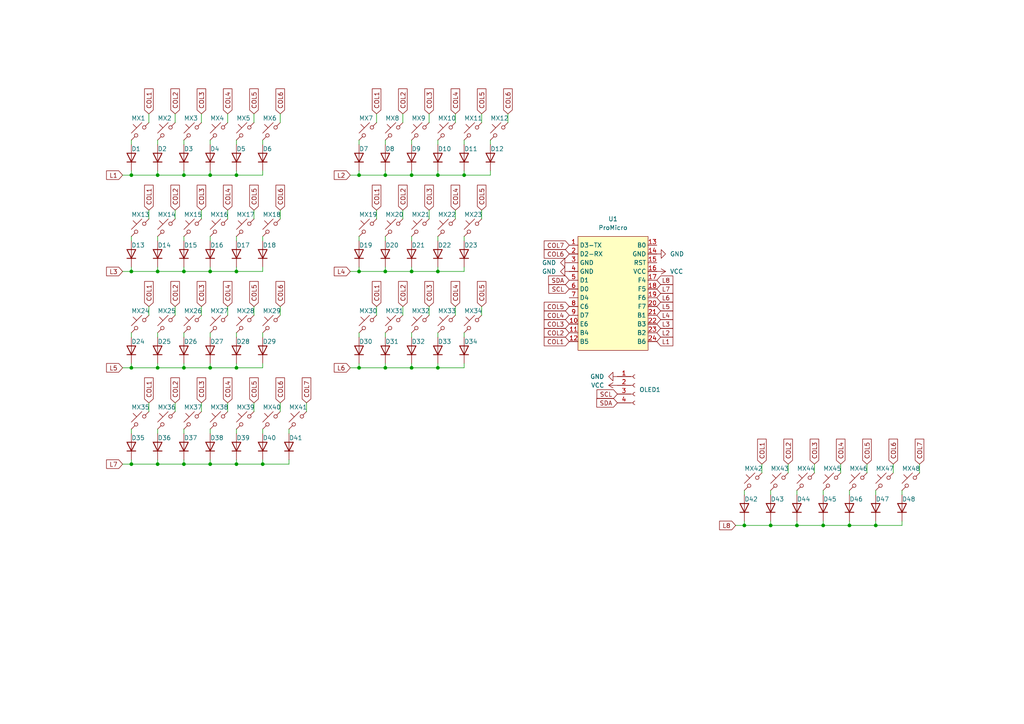
<source format=kicad_sch>
(kicad_sch (version 20230121) (generator eeschema)
  (paper "A4")
  (junction (at 60.96 106.68))
  (junction (at 60.96 50.8))
  (junction (at 53.34 78.74))
  (junction (at 238.76 152.4))
  (junction (at 76.2 134.62))
  (junction (at 119.38 106.68))
  (junction (at 45.72 78.74))
  (junction (at 45.72 106.68))
  (junction (at 68.58 50.8))
  (junction (at 127 50.8))
  (junction (at 45.72 134.62))
  (junction (at 60.96 78.74))
  (junction (at 223.52 152.4))
  (junction (at 38.1 106.68))
  (junction (at 111.76 78.74))
  (junction (at 60.96 134.62))
  (junction (at 134.62 50.8))
  (junction (at 127 106.68))
  (junction (at 111.76 106.68))
  (junction (at 119.38 78.74))
  (junction (at 254 152.4))
  (junction (at 53.34 50.8))
  (junction (at 45.72 50.8))
  (junction (at 38.1 78.74))
  (junction (at 246.38 152.4))
  (junction (at 53.34 134.62))
  (junction (at 231.14 152.4))
  (junction (at 215.9 152.4))
  (junction (at 104.14 106.68))
  (junction (at 104.14 78.74))
  (junction (at 127 78.74))
  (junction (at 68.58 134.62))
  (junction (at 53.34 106.68))
  (junction (at 119.38 50.8))
  (junction (at 38.1 134.62))
  (junction (at 111.76 50.8))
  (junction (at 68.58 78.74))
  (junction (at 104.14 50.8))
  (junction (at 68.58 106.68))
  (junction (at 38.1 50.8))
  (wire (pts (xy 58.42 116.84) (xy 58.42 119.38)))
  (wire (pts (xy 88.9 116.84) (xy 88.9 119.38)))
  (wire (pts (xy 251.46 134.62) (xy 251.46 137.16)))
  (wire (pts (xy 68.58 50.8) (xy 76.2 50.8)))
  (wire (pts (xy 81.28 116.84) (xy 81.28 119.38)))
  (wire (pts (xy 109.22 60.96) (xy 109.22 63.5)))
  (wire (pts (xy 215.9 142.24) (xy 215.9 143.51)))
  (wire (pts (xy 119.38 96.52) (xy 119.38 97.79)))
  (wire (pts (xy 259.08 134.62) (xy 259.08 137.16)))
  (wire (pts (xy 38.1 106.68) (xy 45.72 106.68)))
  (wire (pts (xy 238.76 142.24) (xy 238.76 143.51)))
  (wire (pts (xy 223.52 142.24) (xy 223.52 143.51)))
  (wire (pts (xy 104.14 96.52) (xy 104.14 97.79)))
  (wire (pts (xy 238.76 151.13) (xy 238.76 152.4)))
  (wire (pts (xy 53.34 133.35) (xy 53.34 134.62)))
  (wire (pts (xy 134.62 50.8) (xy 142.24 50.8)))
  (wire (pts (xy 76.2 77.47) (xy 76.2 78.74)))
  (wire (pts (xy 53.34 105.41) (xy 53.34 106.68)))
  (wire (pts (xy 111.76 50.8) (xy 119.38 50.8)))
  (wire (pts (xy 223.52 151.13) (xy 223.52 152.4)))
  (wire (pts (xy 68.58 106.68) (xy 76.2 106.68)))
  (wire (pts (xy 111.76 96.52) (xy 111.76 97.79)))
  (wire (pts (xy 119.38 106.68) (xy 127 106.68)))
  (wire (pts (xy 127 96.52) (xy 127 97.79)))
  (wire (pts (xy 127 106.68) (xy 134.62 106.68)))
  (wire (pts (xy 238.76 152.4) (xy 246.38 152.4)))
  (wire (pts (xy 66.04 88.9) (xy 66.04 91.44)))
  (wire (pts (xy 104.14 68.58) (xy 104.14 69.85)))
  (wire (pts (xy 53.34 49.53) (xy 53.34 50.8)))
  (wire (pts (xy 134.62 49.53) (xy 134.62 50.8)))
  (wire (pts (xy 127 78.74) (xy 134.62 78.74)))
  (wire (pts (xy 83.82 133.35) (xy 83.82 134.62)))
  (wire (pts (xy 53.34 77.47) (xy 53.34 78.74)))
  (wire (pts (xy 127 50.8) (xy 134.62 50.8)))
  (wire (pts (xy 50.8 33.02) (xy 50.8 35.56)))
  (wire (pts (xy 215.9 151.13) (xy 215.9 152.4)))
  (wire (pts (xy 60.96 105.41) (xy 60.96 106.68)))
  (wire (pts (xy 53.34 68.58) (xy 53.34 69.85)))
  (wire (pts (xy 60.96 77.47) (xy 60.96 78.74)))
  (wire (pts (xy 38.1 68.58) (xy 38.1 69.85)))
  (wire (pts (xy 68.58 134.62) (xy 76.2 134.62)))
  (wire (pts (xy 60.96 40.64) (xy 60.96 41.91)))
  (wire (pts (xy 53.34 124.46) (xy 53.34 125.73)))
  (wire (pts (xy 60.96 96.52) (xy 60.96 97.79)))
  (wire (pts (xy 50.8 60.96) (xy 50.8 63.5)))
  (wire (pts (xy 127 77.47) (xy 127 78.74)))
  (wire (pts (xy 254 142.24) (xy 254 143.51)))
  (wire (pts (xy 35.56 134.62) (xy 38.1 134.62)))
  (wire (pts (xy 43.18 33.02) (xy 43.18 35.56)))
  (wire (pts (xy 68.58 49.53) (xy 68.58 50.8)))
  (wire (pts (xy 119.38 77.47) (xy 119.38 78.74)))
  (wire (pts (xy 142.24 49.53) (xy 142.24 50.8)))
  (wire (pts (xy 246.38 152.4) (xy 254 152.4)))
  (wire (pts (xy 81.28 33.02) (xy 81.28 35.56)))
  (wire (pts (xy 76.2 68.58) (xy 76.2 69.85)))
  (wire (pts (xy 38.1 49.53) (xy 38.1 50.8)))
  (wire (pts (xy 38.1 124.46) (xy 38.1 125.73)))
  (wire (pts (xy 104.14 106.68) (xy 111.76 106.68)))
  (wire (pts (xy 45.72 50.8) (xy 53.34 50.8)))
  (wire (pts (xy 246.38 142.24) (xy 246.38 143.51)))
  (wire (pts (xy 53.34 40.64) (xy 53.34 41.91)))
  (wire (pts (xy 119.38 105.41) (xy 119.38 106.68)))
  (wire (pts (xy 53.34 106.68) (xy 60.96 106.68)))
  (wire (pts (xy 35.56 50.8) (xy 38.1 50.8)))
  (wire (pts (xy 254 152.4) (xy 261.62 152.4)))
  (wire (pts (xy 124.46 33.02) (xy 124.46 35.56)))
  (wire (pts (xy 38.1 96.52) (xy 38.1 97.79)))
  (wire (pts (xy 119.38 68.58) (xy 119.38 69.85)))
  (wire (pts (xy 60.96 124.46) (xy 60.96 125.73)))
  (wire (pts (xy 254 151.13) (xy 254 152.4)))
  (wire (pts (xy 111.76 78.74) (xy 119.38 78.74)))
  (wire (pts (xy 38.1 50.8) (xy 45.72 50.8)))
  (wire (pts (xy 119.38 40.64) (xy 119.38 41.91)))
  (wire (pts (xy 35.56 78.74) (xy 38.1 78.74)))
  (wire (pts (xy 139.7 60.96) (xy 139.7 63.5)))
  (wire (pts (xy 43.18 116.84) (xy 43.18 119.38)))
  (wire (pts (xy 66.04 116.84) (xy 66.04 119.38)))
  (wire (pts (xy 223.52 152.4) (xy 231.14 152.4)))
  (wire (pts (xy 101.6 78.74) (xy 104.14 78.74)))
  (wire (pts (xy 127 68.58) (xy 127 69.85)))
  (wire (pts (xy 104.14 49.53) (xy 104.14 50.8)))
  (wire (pts (xy 45.72 68.58) (xy 45.72 69.85)))
  (wire (pts (xy 43.18 88.9) (xy 43.18 91.44)))
  (wire (pts (xy 127 105.41) (xy 127 106.68)))
  (wire (pts (xy 142.24 40.64) (xy 142.24 41.91)))
  (wire (pts (xy 111.76 105.41) (xy 111.76 106.68)))
  (wire (pts (xy 132.08 88.9) (xy 132.08 91.44)))
  (wire (pts (xy 58.42 88.9) (xy 58.42 91.44)))
  (wire (pts (xy 50.8 116.84) (xy 50.8 119.38)))
  (wire (pts (xy 45.72 40.64) (xy 45.72 41.91)))
  (wire (pts (xy 228.6 134.62) (xy 228.6 137.16)))
  (wire (pts (xy 104.14 40.64) (xy 104.14 41.91)))
  (wire (pts (xy 60.96 133.35) (xy 60.96 134.62)))
  (wire (pts (xy 38.1 40.64) (xy 38.1 41.91)))
  (wire (pts (xy 68.58 96.52) (xy 68.58 97.79)))
  (wire (pts (xy 68.58 68.58) (xy 68.58 69.85)))
  (wire (pts (xy 111.76 49.53) (xy 111.76 50.8)))
  (wire (pts (xy 124.46 88.9) (xy 124.46 91.44)))
  (wire (pts (xy 132.08 33.02) (xy 132.08 35.56)))
  (wire (pts (xy 127 49.53) (xy 127 50.8)))
  (wire (pts (xy 43.18 60.96) (xy 43.18 63.5)))
  (wire (pts (xy 119.38 50.8) (xy 127 50.8)))
  (wire (pts (xy 104.14 78.74) (xy 111.76 78.74)))
  (wire (pts (xy 236.22 134.62) (xy 236.22 137.16)))
  (wire (pts (xy 139.7 33.02) (xy 139.7 35.56)))
  (wire (pts (xy 50.8 88.9) (xy 50.8 91.44)))
  (wire (pts (xy 109.22 88.9) (xy 109.22 91.44)))
  (wire (pts (xy 243.84 134.62) (xy 243.84 137.16)))
  (wire (pts (xy 111.76 68.58) (xy 111.76 69.85)))
  (wire (pts (xy 134.62 105.41) (xy 134.62 106.68)))
  (wire (pts (xy 68.58 133.35) (xy 68.58 134.62)))
  (wire (pts (xy 73.66 60.96) (xy 73.66 63.5)))
  (wire (pts (xy 246.38 151.13) (xy 246.38 152.4)))
  (wire (pts (xy 66.04 33.02) (xy 66.04 35.56)))
  (wire (pts (xy 73.66 88.9) (xy 73.66 91.44)))
  (wire (pts (xy 134.62 68.58) (xy 134.62 69.85)))
  (wire (pts (xy 60.96 134.62) (xy 68.58 134.62)))
  (wire (pts (xy 231.14 142.24) (xy 231.14 143.51)))
  (wire (pts (xy 60.96 49.53) (xy 60.96 50.8)))
  (wire (pts (xy 58.42 33.02) (xy 58.42 35.56)))
  (wire (pts (xy 215.9 152.4) (xy 223.52 152.4)))
  (wire (pts (xy 134.62 40.64) (xy 134.62 41.91)))
  (wire (pts (xy 68.58 40.64) (xy 68.58 41.91)))
  (wire (pts (xy 261.62 151.13) (xy 261.62 152.4)))
  (wire (pts (xy 60.96 106.68) (xy 68.58 106.68)))
  (wire (pts (xy 111.76 106.68) (xy 119.38 106.68)))
  (wire (pts (xy 213.36 152.4) (xy 215.9 152.4)))
  (wire (pts (xy 127 40.64) (xy 127 41.91)))
  (wire (pts (xy 68.58 77.47) (xy 68.58 78.74)))
  (wire (pts (xy 45.72 49.53) (xy 45.72 50.8)))
  (wire (pts (xy 116.84 60.96) (xy 116.84 63.5)))
  (wire (pts (xy 68.58 105.41) (xy 68.58 106.68)))
  (wire (pts (xy 76.2 40.64) (xy 76.2 41.91)))
  (wire (pts (xy 53.34 96.52) (xy 53.34 97.79)))
  (wire (pts (xy 134.62 96.52) (xy 134.62 97.79)))
  (wire (pts (xy 60.96 50.8) (xy 68.58 50.8)))
  (wire (pts (xy 104.14 50.8) (xy 111.76 50.8)))
  (wire (pts (xy 76.2 133.35) (xy 76.2 134.62)))
  (wire (pts (xy 53.34 78.74) (xy 60.96 78.74)))
  (wire (pts (xy 83.82 124.46) (xy 83.82 125.73)))
  (wire (pts (xy 111.76 77.47) (xy 111.76 78.74)))
  (wire (pts (xy 76.2 124.46) (xy 76.2 125.73)))
  (wire (pts (xy 119.38 78.74) (xy 127 78.74)))
  (wire (pts (xy 266.7 134.62) (xy 266.7 137.16)))
  (wire (pts (xy 111.76 40.64) (xy 111.76 41.91)))
  (wire (pts (xy 45.72 96.52) (xy 45.72 97.79)))
  (wire (pts (xy 45.72 77.47) (xy 45.72 78.74)))
  (wire (pts (xy 45.72 124.46) (xy 45.72 125.73)))
  (wire (pts (xy 134.62 77.47) (xy 134.62 78.74)))
  (wire (pts (xy 38.1 78.74) (xy 45.72 78.74)))
  (wire (pts (xy 116.84 33.02) (xy 116.84 35.56)))
  (wire (pts (xy 124.46 60.96) (xy 124.46 63.5)))
  (wire (pts (xy 76.2 49.53) (xy 76.2 50.8)))
  (wire (pts (xy 139.7 88.9) (xy 139.7 91.44)))
  (wire (pts (xy 45.72 78.74) (xy 53.34 78.74)))
  (wire (pts (xy 104.14 105.41) (xy 104.14 106.68)))
  (wire (pts (xy 60.96 78.74) (xy 68.58 78.74)))
  (wire (pts (xy 116.84 88.9) (xy 116.84 91.44)))
  (wire (pts (xy 109.22 33.02) (xy 109.22 35.56)))
  (wire (pts (xy 147.32 33.02) (xy 147.32 35.56)))
  (wire (pts (xy 76.2 105.41) (xy 76.2 106.68)))
  (wire (pts (xy 38.1 133.35) (xy 38.1 134.62)))
  (wire (pts (xy 45.72 105.41) (xy 45.72 106.68)))
  (wire (pts (xy 45.72 133.35) (xy 45.72 134.62)))
  (wire (pts (xy 73.66 33.02) (xy 73.66 35.56)))
  (wire (pts (xy 261.62 142.24) (xy 261.62 143.51)))
  (wire (pts (xy 101.6 50.8) (xy 104.14 50.8)))
  (wire (pts (xy 119.38 49.53) (xy 119.38 50.8)))
  (wire (pts (xy 38.1 77.47) (xy 38.1 78.74)))
  (wire (pts (xy 60.96 68.58) (xy 60.96 69.85)))
  (wire (pts (xy 68.58 78.74) (xy 76.2 78.74)))
  (wire (pts (xy 45.72 134.62) (xy 53.34 134.62)))
  (wire (pts (xy 104.14 77.47) (xy 104.14 78.74)))
  (wire (pts (xy 58.42 60.96) (xy 58.42 63.5)))
  (wire (pts (xy 132.08 60.96) (xy 132.08 63.5)))
  (wire (pts (xy 220.98 134.62) (xy 220.98 137.16)))
  (wire (pts (xy 66.04 60.96) (xy 66.04 63.5)))
  (wire (pts (xy 101.6 106.68) (xy 104.14 106.68)))
  (wire (pts (xy 53.34 134.62) (xy 60.96 134.62)))
  (wire (pts (xy 231.14 151.13) (xy 231.14 152.4)))
  (wire (pts (xy 38.1 134.62) (xy 45.72 134.62)))
  (wire (pts (xy 76.2 96.52) (xy 76.2 97.79)))
  (wire (pts (xy 81.28 60.96) (xy 81.28 63.5)))
  (wire (pts (xy 76.2 134.62) (xy 83.82 134.62)))
  (wire (pts (xy 45.72 106.68) (xy 53.34 106.68)))
  (wire (pts (xy 81.28 88.9) (xy 81.28 91.44)))
  (wire (pts (xy 38.1 105.41) (xy 38.1 106.68)))
  (wire (pts (xy 68.58 124.46) (xy 68.58 125.73)))
  (wire (pts (xy 53.34 50.8) (xy 60.96 50.8)))
  (wire (pts (xy 73.66 116.84) (xy 73.66 119.38)))
  (wire (pts (xy 35.56 106.68) (xy 38.1 106.68)))
  (wire (pts (xy 231.14 152.4) (xy 238.76 152.4)))
  (global_label "COL1" (shape input) (at 109.22 33.02 90) (property "Intersheetrefs" "${INTERSHEET_REFS}" (effects hide)))
  (global_label "COL2" (shape input) (at 116.84 88.9 90) (property "Intersheetrefs" "${INTERSHEET_REFS}" (effects hide)))
  (global_label "COL5" (shape input) (at 139.7 33.02 90) (property "Intersheetrefs" "${INTERSHEET_REFS}" (effects hide)))
  (global_label "L2" (shape input) (at 190.5 96.52 0) (property "Intersheetrefs" "${INTERSHEET_REFS}" (effects hide)))
  (global_label "COL1" (shape input) (at 43.18 33.02 90) (property "Intersheetrefs" "${INTERSHEET_REFS}" (effects hide)))
  (global_label "L5" (shape input) (at 35.56 106.68 180) (property "Intersheetrefs" "${INTERSHEET_REFS}" (effects hide)))
  (global_label "COL6" (shape input) (at 259.08 134.62 90) (property "Intersheetrefs" "${INTERSHEET_REFS}" (effects hide)))
  (global_label "L6" (shape input) (at 101.6 106.68 180) (property "Intersheetrefs" "${INTERSHEET_REFS}" (effects hide)))
  (global_label "COL6" (shape input) (at 81.28 60.96 90) (property "Intersheetrefs" "${INTERSHEET_REFS}" (effects hide)))
  (global_label "COL4" (shape input) (at 66.04 88.9 90) (property "Intersheetrefs" "${INTERSHEET_REFS}" (effects hide)))
  (global_label "COL1" (shape input) (at 165.1 99.06 180) (property "Intersheetrefs" "${INTERSHEET_REFS}" (effects hide)))
  (global_label "COL6" (shape input) (at 147.32 33.02 90) (property "Intersheetrefs" "${INTERSHEET_REFS}" (effects hide)))
  (global_label "COL4" (shape input) (at 132.08 60.96 90) (property "Intersheetrefs" "${INTERSHEET_REFS}" (effects hide)))
  (global_label "SDA" (shape input) (at 165.1 81.28 180) (property "Intersheetrefs" "${INTERSHEET_REFS}" (effects hide)))
  (global_label "L4" (shape input) (at 101.6 78.74 180) (property "Intersheetrefs" "${INTERSHEET_REFS}" (effects hide)))
  (global_label "COL1" (shape input) (at 109.22 60.96 90) (property "Intersheetrefs" "${INTERSHEET_REFS}" (effects hide)))
  (global_label "COL3" (shape input) (at 124.46 60.96 90) (property "Intersheetrefs" "${INTERSHEET_REFS}" (effects hide)))
  (global_label "COL3" (shape input) (at 124.46 33.02 90) (property "Intersheetrefs" "${INTERSHEET_REFS}" (effects hide)))
  (global_label "L8" (shape input) (at 213.36 152.4 180) (property "Intersheetrefs" "${INTERSHEET_REFS}" (effects hide)))
  (global_label "COL2" (shape input) (at 116.84 33.02 90) (property "Intersheetrefs" "${INTERSHEET_REFS}" (effects hide)))
  (global_label "COL4" (shape input) (at 66.04 116.84 90) (property "Intersheetrefs" "${INTERSHEET_REFS}" (effects hide)))
  (global_label "COL4" (shape input) (at 132.08 88.9 90) (property "Intersheetrefs" "${INTERSHEET_REFS}" (effects hide)))
  (global_label "COL1" (shape input) (at 109.22 88.9 90) (property "Intersheetrefs" "${INTERSHEET_REFS}" (effects hide)))
  (global_label "L4" (shape input) (at 190.5 91.44 0) (property "Intersheetrefs" "${INTERSHEET_REFS}" (effects hide)))
  (global_label "COL6" (shape input) (at 81.28 88.9 90) (property "Intersheetrefs" "${INTERSHEET_REFS}" (effects hide)))
  (global_label "COL4" (shape input) (at 66.04 60.96 90) (property "Intersheetrefs" "${INTERSHEET_REFS}" (effects hide)))
  (global_label "COL1" (shape input) (at 43.18 60.96 90) (property "Intersheetrefs" "${INTERSHEET_REFS}" (effects hide)))
  (global_label "COL2" (shape input) (at 228.6 134.62 90) (property "Intersheetrefs" "${INTERSHEET_REFS}" (effects hide)))
  (global_label "COL7" (shape input) (at 165.1 71.12 180) (property "Intersheetrefs" "${INTERSHEET_REFS}" (effects hide)))
  (global_label "COL4" (shape input) (at 132.08 33.02 90) (property "Intersheetrefs" "${INTERSHEET_REFS}" (effects hide)))
  (global_label "COL5" (shape input) (at 73.66 116.84 90) (property "Intersheetrefs" "${INTERSHEET_REFS}" (effects hide)))
  (global_label "COL6" (shape input) (at 81.28 116.84 90) (property "Intersheetrefs" "${INTERSHEET_REFS}" (effects hide)))
  (global_label "COL5" (shape input) (at 139.7 88.9 90) (property "Intersheetrefs" "${INTERSHEET_REFS}" (effects hide)))
  (global_label "COL3" (shape input) (at 58.42 88.9 90) (property "Intersheetrefs" "${INTERSHEET_REFS}" (effects hide)))
  (global_label "COL1" (shape input) (at 220.98 134.62 90) (property "Intersheetrefs" "${INTERSHEET_REFS}" (effects hide)))
  (global_label "SDA" (shape input) (at 179.07 116.84 180) (property "Intersheetrefs" "${INTERSHEET_REFS}" (effects hide)))
  (global_label "COL6" (shape input) (at 165.1 73.66 180) (property "Intersheetrefs" "${INTERSHEET_REFS}" (effects hide)))
  (global_label "COL7" (shape input) (at 266.7 134.62 90) (property "Intersheetrefs" "${INTERSHEET_REFS}" (effects hide)))
  (global_label "COL7" (shape input) (at 88.9 116.84 90) (property "Intersheetrefs" "${INTERSHEET_REFS}" (effects hide)))
  (global_label "COL5" (shape input) (at 139.7 60.96 90) (property "Intersheetrefs" "${INTERSHEET_REFS}" (effects hide)))
  (global_label "COL5" (shape input) (at 165.1 88.9 180) (property "Intersheetrefs" "${INTERSHEET_REFS}" (effects hide)))
  (global_label "L6" (shape input) (at 190.5 86.36 0) (property "Intersheetrefs" "${INTERSHEET_REFS}" (effects hide)))
  (global_label "L3" (shape input) (at 35.56 78.74 180) (property "Intersheetrefs" "${INTERSHEET_REFS}" (effects hide)))
  (global_label "COL3" (shape input) (at 58.42 33.02 90) (property "Intersheetrefs" "${INTERSHEET_REFS}" (effects hide)))
  (global_label "COL2" (shape input) (at 50.8 88.9 90) (property "Intersheetrefs" "${INTERSHEET_REFS}" (effects hide)))
  (global_label "COL5" (shape input) (at 251.46 134.62 90) (property "Intersheetrefs" "${INTERSHEET_REFS}" (effects hide)))
  (global_label "L5" (shape input) (at 190.5 88.9 0) (property "Intersheetrefs" "${INTERSHEET_REFS}" (effects hide)))
  (global_label "COL1" (shape input) (at 43.18 116.84 90) (property "Intersheetrefs" "${INTERSHEET_REFS}" (effects hide)))
  (global_label "L7" (shape input) (at 35.56 134.62 180) (property "Intersheetrefs" "${INTERSHEET_REFS}" (effects hide)))
  (global_label "COL2" (shape input) (at 165.1 96.52 180) (property "Intersheetrefs" "${INTERSHEET_REFS}" (effects hide)))
  (global_label "COL2" (shape input) (at 50.8 116.84 90) (property "Intersheetrefs" "${INTERSHEET_REFS}" (effects hide)))
  (global_label "COL4" (shape input) (at 66.04 33.02 90) (property "Intersheetrefs" "${INTERSHEET_REFS}" (effects hide)))
  (global_label "L3" (shape input) (at 190.5 93.98 0) (property "Intersheetrefs" "${INTERSHEET_REFS}" (effects hide)))
  (global_label "COL3" (shape input) (at 58.42 60.96 90) (property "Intersheetrefs" "${INTERSHEET_REFS}" (effects hide)))
  (global_label "COL3" (shape input) (at 58.42 116.84 90) (property "Intersheetrefs" "${INTERSHEET_REFS}" (effects hide)))
  (global_label "L2" (shape input) (at 101.6 50.8 180) (property "Intersheetrefs" "${INTERSHEET_REFS}" (effects hide)))
  (global_label "COL5" (shape input) (at 73.66 60.96 90) (property "Intersheetrefs" "${INTERSHEET_REFS}" (effects hide)))
  (global_label "COL2" (shape input) (at 116.84 60.96 90) (property "Intersheetrefs" "${INTERSHEET_REFS}" (effects hide)))
  (global_label "SCL" (shape input) (at 179.07 114.3 180) (property "Intersheetrefs" "${INTERSHEET_REFS}" (effects hide)))
  (global_label "COL3" (shape input) (at 165.1 93.98 180) (property "Intersheetrefs" "${INTERSHEET_REFS}" (effects hide)))
  (global_label "L7" (shape input) (at 190.5 83.82 0) (property "Intersheetrefs" "${INTERSHEET_REFS}" (effects hide)))
  (global_label "COL3" (shape input) (at 236.22 134.62 90) (property "Intersheetrefs" "${INTERSHEET_REFS}" (effects hide)))
  (global_label "COL5" (shape input) (at 73.66 88.9 90) (property "Intersheetrefs" "${INTERSHEET_REFS}" (effects hide)))
  (global_label "COL2" (shape input) (at 50.8 60.96 90) (property "Intersheetrefs" "${INTERSHEET_REFS}" (effects hide)))
  (global_label "SCL" (shape input) (at 165.1 83.82 180) (property "Intersheetrefs" "${INTERSHEET_REFS}" (effects hide)))
  (global_label "L1" (shape input) (at 35.56 50.8 180) (property "Intersheetrefs" "${INTERSHEET_REFS}" (effects hide)))
  (global_label "COL1" (shape input) (at 43.18 88.9 90) (property "Intersheetrefs" "${INTERSHEET_REFS}" (effects hide)))
  (global_label "L8" (shape input) (at 190.5 81.28 0) (property "Intersheetrefs" "${INTERSHEET_REFS}" (effects hide)))
  (global_label "COL2" (shape input) (at 50.8 33.02 90) (property "Intersheetrefs" "${INTERSHEET_REFS}" (effects hide)))
  (global_label "L1" (shape input) (at 190.5 99.06 0) (property "Intersheetrefs" "${INTERSHEET_REFS}" (effects hide)))
  (global_label "COL6" (shape input) (at 81.28 33.02 90) (property "Intersheetrefs" "${INTERSHEET_REFS}" (effects hide)))
  (global_label "COL4" (shape input) (at 243.84 134.62 90) (property "Intersheetrefs" "${INTERSHEET_REFS}" (effects hide)))
  (global_label "COL3" (shape input) (at 124.46 88.9 90) (property "Intersheetrefs" "${INTERSHEET_REFS}" (effects hide)))
  (global_label "COL5" (shape input) (at 73.66 33.02 90) (property "Intersheetrefs" "${INTERSHEET_REFS}" (effects hide)))
  (global_label "COL4" (shape input) (at 165.1 91.44 180) (property "Intersheetrefs" "${INTERSHEET_REFS}" (effects hide)))
  (symbol (lib_id "PCM_marbastlib-mx:MX_SW_solder") (at 114.3 66.04 90) (unit 1)
    (property "Reference" "MX20" (at 111.76 62.23 90) (effects (justify right)))
    (property "Value" "MX_SW_solder" (effects hide))
    (property "Footprint" "_mx:MX-Alps-Hybrid-1U" (effects hide))
  )
  (symbol (lib_id "Diode:1N4148") (at 83.82 129.54 90) (unit 1)
    (property "Reference" "D41" (at 83.82 127 90) (effects (justify right)))
    (property "Value" "1N4148" (effects hide))
    (property "Footprint" "Diode_THT:D_DO-35_SOD27_P7.62mm_Horizontal" (effects hide))
    (property "Datasheet" "https://assets.nexperia.com/documents/data-sheet/1N4148_1N4448.pdf" (effects hide))
    (property "Sim.Device" "D" (effects hide))
    (property "Sim.Pins" "1=K 2=A" (effects hide))
  )
  (symbol (lib_id "PCM_marbastlib-mx:MX_SW_solder") (at 137.16 93.98 90) (unit 1)
    (property "Reference" "MX34" (at 134.62 90.17 90) (effects (justify right)))
    (property "Value" "MX_SW_solder" (effects hide))
    (property "Footprint" "_mx:MX-Alps-Hybrid-1.25U" (effects hide))
  )
  (symbol (lib_id "Diode:1N4148") (at 76.2 101.6 90) (unit 1)
    (property "Reference" "D29" (at 76.2 99.06 90) (effects (justify right)))
    (property "Value" "1N4148" (effects hide))
    (property "Footprint" "Diode_THT:D_DO-35_SOD27_P7.62mm_Horizontal" (effects hide))
    (property "Datasheet" "https://assets.nexperia.com/documents/data-sheet/1N4148_1N4448.pdf" (effects hide))
    (property "Sim.Device" "D" (effects hide))
    (property "Sim.Pins" "1=K 2=A" (effects hide))
  )
  (symbol (lib_id "Diode:1N4148") (at 127 73.66 90) (unit 1)
    (property "Reference" "D22" (at 127 71.12 90) (effects (justify right)))
    (property "Value" "1N4148" (effects hide))
    (property "Footprint" "Diode_THT:D_DO-35_SOD27_P7.62mm_Horizontal" (effects hide))
    (property "Datasheet" "https://assets.nexperia.com/documents/data-sheet/1N4148_1N4448.pdf" (effects hide))
    (property "Sim.Device" "D" (effects hide))
    (property "Sim.Pins" "1=K 2=A" (effects hide))
  )
  (symbol (lib_id "Diode:1N4148") (at 231.14 147.32 90) (unit 1)
    (property "Reference" "D44" (at 231.14 144.78 90) (effects (justify right)))
    (property "Value" "1N4148" (effects hide))
    (property "Footprint" "Diode_THT:D_DO-35_SOD27_P7.62mm_Horizontal" (effects hide))
    (property "Datasheet" "https://assets.nexperia.com/documents/data-sheet/1N4148_1N4448.pdf" (effects hide))
    (property "Sim.Device" "D" (effects hide))
    (property "Sim.Pins" "1=K 2=A" (effects hide))
  )
  (symbol (lib_id "PCM_marbastlib-mx:MX_SW_solder") (at 241.3 139.7 90) (unit 1)
    (property "Reference" "MX45" (at 238.76 135.89 90) (effects (justify right)))
    (property "Value" "MX_SW_solder" (effects hide))
    (property "Footprint" "_mx:MX-Alps-Hybrid-1U" (effects hide))
  )
  (symbol (lib_id "PCM_marbastlib-mx:MX_SW_solder") (at 63.5 121.92 90) (unit 1)
    (property "Reference" "MX38" (at 60.96 118.11 90) (effects (justify right)))
    (property "Value" "MX_SW_solder" (effects hide))
    (property "Footprint" "_mx:MX-Alps-Hybrid-2.75U" (effects hide))
  )
  (symbol (lib_id "Diode:1N4148") (at 38.1 129.54 90) (unit 1)
    (property "Reference" "D35" (at 38.1 127 90) (effects (justify right)))
    (property "Value" "1N4148" (effects hide))
    (property "Footprint" "Diode_THT:D_DO-35_SOD27_P7.62mm_Horizontal" (effects hide))
    (property "Datasheet" "https://assets.nexperia.com/documents/data-sheet/1N4148_1N4448.pdf" (effects hide))
    (property "Sim.Device" "D" (effects hide))
    (property "Sim.Pins" "1=K 2=A" (effects hide))
  )
  (symbol (lib_id "PCM_marbastlib-mx:MX_SW_solder") (at 48.26 66.04 90) (unit 1)
    (property "Reference" "MX14" (at 45.72 62.23 90) (effects (justify right)))
    (property "Value" "MX_SW_solder" (effects hide))
    (property "Footprint" "_mx:MX-Alps-Hybrid-1U" (effects hide))
  )
  (symbol (lib_id "PCM_marbastlib-mx:MX_SW_solder") (at 114.3 93.98 90) (unit 1)
    (property "Reference" "MX31" (at 111.76 90.17 90) (effects (justify right)))
    (property "Value" "MX_SW_solder" (effects hide))
    (property "Footprint" "_mx:MX-Alps-Hybrid-1U" (effects hide))
  )
  (symbol (lib_id "Diode:1N4148") (at 53.34 45.72 90) (unit 1)
    (property "Reference" "D3" (at 53.34 43.18 90) (effects (justify right)))
    (property "Value" "1N4148" (effects hide))
    (property "Footprint" "Diode_THT:D_DO-35_SOD27_P7.62mm_Horizontal" (effects hide))
    (property "Datasheet" "https://assets.nexperia.com/documents/data-sheet/1N4148_1N4448.pdf" (effects hide))
    (property "Sim.Device" "D" (effects hide))
    (property "Sim.Pins" "1=K 2=A" (effects hide))
  )
  (symbol (lib_id "PCM_marbastlib-mx:MX_SW_solder") (at 78.74 121.92 90) (unit 1)
    (property "Reference" "MX40" (at 76.2 118.11 90) (effects (justify right)))
    (property "Value" "MX_SW_solder" (effects hide))
    (property "Footprint" "_mx:MX-Alps-Hybrid-1.25U" (effects hide))
  )
  (symbol (lib_id "Diode:1N4148") (at 104.14 45.72 90) (unit 1)
    (property "Reference" "D7" (at 104.14 43.18 90) (effects (justify right)))
    (property "Value" "1N4148" (effects hide))
    (property "Footprint" "Diode_THT:D_DO-35_SOD27_P7.62mm_Horizontal" (effects hide))
    (property "Datasheet" "https://assets.nexperia.com/documents/data-sheet/1N4148_1N4448.pdf" (effects hide))
    (property "Sim.Device" "D" (effects hide))
    (property "Sim.Pins" "1=K 2=A" (effects hide))
  )
  (symbol (lib_id "Diode:1N4148") (at 76.2 129.54 90) (unit 1)
    (property "Reference" "D40" (at 76.2 127 90) (effects (justify right)))
    (property "Value" "1N4148" (effects hide))
    (property "Footprint" "Diode_THT:D_DO-35_SOD27_P7.62mm_Horizontal" (effects hide))
    (property "Datasheet" "https://assets.nexperia.com/documents/data-sheet/1N4148_1N4448.pdf" (effects hide))
    (property "Sim.Device" "D" (effects hide))
    (property "Sim.Pins" "1=K 2=A" (effects hide))
  )
  (symbol (lib_id "PCM_marbastlib-mx:MX_SW_solder") (at 78.74 66.04 90) (unit 1)
    (property "Reference" "MX18" (at 76.2 62.23 90) (effects (justify right)))
    (property "Value" "MX_SW_solder" (effects hide))
    (property "Footprint" "_mx:MX-Alps-Hybrid-1U" (effects hide))
  )
  (symbol (lib_id "Diode:1N4148") (at 45.72 73.66 90) (unit 1)
    (property "Reference" "D14" (at 45.72 71.12 90) (effects (justify right)))
    (property "Value" "1N4148" (effects hide))
    (property "Footprint" "Diode_THT:D_DO-35_SOD27_P7.62mm_Horizontal" (effects hide))
    (property "Datasheet" "https://assets.nexperia.com/documents/data-sheet/1N4148_1N4448.pdf" (effects hide))
    (property "Sim.Device" "D" (effects hide))
    (property "Sim.Pins" "1=K 2=A" (effects hide))
  )
  (symbol (lib_id "PCM_marbastlib-mx:MX_SW_solder") (at 63.5 66.04 90) (unit 1)
    (property "Reference" "MX16" (at 60.96 62.23 90) (effects (justify right)))
    (property "Value" "MX_SW_solder" (effects hide))
    (property "Footprint" "_mx:MX-Alps-Hybrid-1U" (effects hide))
  )
  (symbol (lib_id "PCM_marbastlib-mx:MX_SW_solder") (at 129.54 66.04 90) (unit 1)
    (property "Reference" "MX22" (at 127 62.23 90) (effects (justify right)))
    (property "Value" "MX_SW_solder" (effects hide))
    (property "Footprint" "_mx:MX-Alps-Hybrid-1U" (effects hide))
  )
  (symbol (lib_id "PCM_marbastlib-mx:MX_SW_solder") (at 129.54 93.98 90) (unit 1)
    (property "Reference" "MX33" (at 127 90.17 90) (effects (justify right)))
    (property "Value" "MX_SW_solder" (effects hide))
    (property "Footprint" "_mx:MX-Alps-Hybrid-1U" (effects hide))
  )
  (symbol (lib_id "power:VCC") (at 190.5 78.74 270) (unit 1)
    (property "Reference" "#PWR04" (effects hide))
    (property "Value" "VCC" (at 194.31 78.74 90) (effects (justify left)))
  )
  (symbol (lib_id "PCM_marbastlib-mx:MX_SW_solder") (at 114.3 38.1 90) (unit 1)
    (property "Reference" "MX8" (at 111.76 34.29 90) (effects (justify right)))
    (property "Value" "MX_SW_solder" (effects hide))
    (property "Footprint" "_mx:MX-Alps-Hybrid-1U" (effects hide))
  )
  (symbol (lib_id "Diode:1N4148") (at 119.38 45.72 90) (unit 1)
    (property "Reference" "D9" (at 119.38 43.18 90) (effects (justify right)))
    (property "Value" "1N4148" (effects hide))
    (property "Footprint" "Diode_THT:D_DO-35_SOD27_P7.62mm_Horizontal" (effects hide))
    (property "Datasheet" "https://assets.nexperia.com/documents/data-sheet/1N4148_1N4448.pdf" (effects hide))
    (property "Sim.Device" "D" (effects hide))
    (property "Sim.Pins" "1=K 2=A" (effects hide))
  )
  (symbol (lib_id "PCM_marbastlib-mx:MX_SW_solder") (at 137.16 66.04 90) (unit 1)
    (property "Reference" "MX23" (at 134.62 62.23 90) (effects (justify right)))
    (property "Value" "MX_SW_solder" (effects hide))
    (property "Footprint" "_mx:MX-Alps-Hybrid-1.75U" (effects hide))
  )
  (symbol (lib_id "Diode:1N4148") (at 53.34 129.54 90) (unit 1)
    (property "Reference" "D37" (at 53.34 127 90) (effects (justify right)))
    (property "Value" "1N4148" (effects hide))
    (property "Footprint" "Diode_THT:D_DO-35_SOD27_P7.62mm_Horizontal" (effects hide))
    (property "Datasheet" "https://assets.nexperia.com/documents/data-sheet/1N4148_1N4448.pdf" (effects hide))
    (property "Sim.Device" "D" (effects hide))
    (property "Sim.Pins" "1=K 2=A" (effects hide))
  )
  (symbol (lib_id "Diode:1N4148") (at 104.14 101.6 90) (unit 1)
    (property "Reference" "D30" (at 104.14 99.06 90) (effects (justify right)))
    (property "Value" "1N4148" (effects hide))
    (property "Footprint" "Diode_THT:D_DO-35_SOD27_P7.62mm_Horizontal" (effects hide))
    (property "Datasheet" "https://assets.nexperia.com/documents/data-sheet/1N4148_1N4448.pdf" (effects hide))
    (property "Sim.Device" "D" (effects hide))
    (property "Sim.Pins" "1=K 2=A" (effects hide))
  )
  (symbol (lib_id "Diode:1N4148") (at 246.38 147.32 90) (unit 1)
    (property "Reference" "D46" (at 246.38 144.78 90) (effects (justify right)))
    (property "Value" "1N4148" (effects hide))
    (property "Footprint" "Diode_THT:D_DO-35_SOD27_P7.62mm_Horizontal" (effects hide))
    (property "Datasheet" "https://assets.nexperia.com/documents/data-sheet/1N4148_1N4448.pdf" (effects hide))
    (property "Sim.Device" "D" (effects hide))
    (property "Sim.Pins" "1=K 2=A" (effects hide))
  )
  (symbol (lib_id "PCM_marbastlib-mx:MX_SW_solder") (at 48.26 93.98 90) (unit 1)
    (property "Reference" "MX25" (at 45.72 90.17 90) (effects (justify right)))
    (property "Value" "MX_SW_solder" (effects hide))
    (property "Footprint" "_mx:MX-Alps-Hybrid-1U" (effects hide))
  )
  (symbol (lib_id "PCM_marbastlib-mx:MX_SW_solder") (at 71.12 121.92 90) (unit 1)
    (property "Reference" "MX39" (at 68.58 118.11 90) (effects (justify right)))
    (property "Value" "MX_SW_solder" (effects hide))
    (property "Footprint" "_mx:MX-Alps-Hybrid-2.25U" (effects hide))
  )
  (symbol (lib_id "PCM_marbastlib-mx:MX_SW_solder") (at 264.16 139.7 90) (unit 1)
    (property "Reference" "MX48" (at 261.62 135.89 90) (effects (justify right)))
    (property "Value" "MX_SW_solder" (effects hide))
    (property "Footprint" "_mx:MX-Alps-Hybrid-1U" (effects hide))
  )
  (symbol (lib_id "Connector:Conn_01x04_Socket") (at 184.15 111.76 0) (unit 1)
    (property "Reference" "OLED1" (at 185.42 113.03 0) (effects (justify left)))
    (property "Value" "Conn_01x04_Socket" (effects hide))
    (property "Footprint" "_OLED:SSD1306-0.91-OLED-4pin-128x32" (effects hide))
  )
  (symbol (lib_id "PCM_marbastlib-mx:MX_SW_solder") (at 55.88 38.1 90) (unit 1)
    (property "Reference" "MX3" (at 53.34 34.29 90) (effects (justify right)))
    (property "Value" "MX_SW_solder" (effects hide))
    (property "Footprint" "_mx:MX-Alps-Hybrid-1U" (effects hide))
  )
  (symbol (lib_id "PCM_marbastlib-mx:MX_SW_solder") (at 218.44 139.7 90) (unit 1)
    (property "Reference" "MX42" (at 215.9 135.89 90) (effects (justify right)))
    (property "Value" "MX_SW_solder" (effects hide))
    (property "Footprint" "_mx:MX-Alps-Hybrid-1U" (effects hide))
  )
  (symbol (lib_id "Diode:1N4148") (at 254 147.32 90) (unit 1)
    (property "Reference" "D47" (at 254 144.78 90) (effects (justify right)))
    (property "Value" "1N4148" (effects hide))
    (property "Footprint" "Diode_THT:D_DO-35_SOD27_P7.62mm_Horizontal" (effects hide))
    (property "Datasheet" "https://assets.nexperia.com/documents/data-sheet/1N4148_1N4448.pdf" (effects hide))
    (property "Sim.Device" "D" (effects hide))
    (property "Sim.Pins" "1=K 2=A" (effects hide))
  )
  (symbol (lib_id "Diode:1N4148") (at 238.76 147.32 90) (unit 1)
    (property "Reference" "D45" (at 238.76 144.78 90) (effects (justify right)))
    (property "Value" "1N4148" (effects hide))
    (property "Footprint" "Diode_THT:D_DO-35_SOD27_P7.62mm_Horizontal" (effects hide))
    (property "Datasheet" "https://assets.nexperia.com/documents/data-sheet/1N4148_1N4448.pdf" (effects hide))
    (property "Sim.Device" "D" (effects hide))
    (property "Sim.Pins" "1=K 2=A" (effects hide))
  )
  (symbol (lib_id "PCM_marbastlib-mx:MX_SW_solder") (at 40.64 121.92 90) (unit 1)
    (property "Reference" "MX35" (at 38.1 118.11 90) (effects (justify right)))
    (property "Value" "MX_SW_solder" (effects hide))
    (property "Footprint" "_mx:MX-Alps-Hybrid-1.25U" (effects hide))
  )
  (symbol (lib_id "Diode:1N4148") (at 38.1 45.72 90) (unit 1)
    (property "Reference" "D1" (at 38.1 43.18 90) (effects (justify right)))
    (property "Value" "1N4148" (effects hide))
    (property "Footprint" "Diode_THT:D_DO-35_SOD27_P7.62mm_Horizontal" (effects hide))
    (property "Datasheet" "https://assets.nexperia.com/documents/data-sheet/1N4148_1N4448.pdf" (effects hide))
    (property "Sim.Device" "D" (effects hide))
    (property "Sim.Pins" "1=K 2=A" (effects hide))
  )
  (symbol (lib_id "Diode:1N4148") (at 68.58 73.66 90) (unit 1)
    (property "Reference" "D17" (at 68.58 71.12 90) (effects (justify right)))
    (property "Value" "1N4148" (effects hide))
    (property "Footprint" "Diode_THT:D_DO-35_SOD27_P7.62mm_Horizontal" (effects hide))
    (property "Datasheet" "https://assets.nexperia.com/documents/data-sheet/1N4148_1N4448.pdf" (effects hide))
    (property "Sim.Device" "D" (effects hide))
    (property "Sim.Pins" "1=K 2=A" (effects hide))
  )
  (symbol (lib_id "PCM_marbastlib-mx:MX_SW_solder") (at 106.68 38.1 90) (unit 1)
    (property "Reference" "MX7" (at 104.14 34.29 90) (effects (justify right)))
    (property "Value" "MX_SW_solder" (effects hide))
    (property "Footprint" "_mx:MX-Alps-Hybrid-1U" (effects hide))
  )
  (symbol (lib_id "Diode:1N4148") (at 119.38 73.66 90) (unit 1)
    (property "Reference" "D21" (at 119.38 71.12 90) (effects (justify right)))
    (property "Value" "1N4148" (effects hide))
    (property "Footprint" "Diode_THT:D_DO-35_SOD27_P7.62mm_Horizontal" (effects hide))
    (property "Datasheet" "https://assets.nexperia.com/documents/data-sheet/1N4148_1N4448.pdf" (effects hide))
    (property "Sim.Device" "D" (effects hide))
    (property "Sim.Pins" "1=K 2=A" (effects hide))
  )
  (symbol (lib_id "Diode:1N4148") (at 111.76 101.6 90) (unit 1)
    (property "Reference" "D31" (at 111.76 99.06 90) (effects (justify right)))
    (property "Value" "1N4148" (effects hide))
    (property "Footprint" "Diode_THT:D_DO-35_SOD27_P7.62mm_Horizontal" (effects hide))
    (property "Datasheet" "https://assets.nexperia.com/documents/data-sheet/1N4148_1N4448.pdf" (effects hide))
    (property "Sim.Device" "D" (effects hide))
    (property "Sim.Pins" "1=K 2=A" (effects hide))
  )
  (symbol (lib_id "power:GND") (at 165.1 76.2 270) (unit 1)
    (property "Reference" "#PWR02" (effects hide))
    (property "Value" "GND" (at 161.29 76.2 90) (effects (justify right)))
  )
  (symbol (lib_id "PCM_marbastlib-mx:MX_SW_solder") (at 86.36 121.92 90) (unit 1)
    (property "Reference" "MX41" (at 83.82 118.11 90) (effects (justify right)))
    (property "Value" "MX_SW_solder" (effects hide))
    (property "Footprint" "_mx:MX-Alps-Hybrid-1.25U" (effects hide))
  )
  (symbol (lib_id "PCM_marbastlib-mx:MX_SW_solder") (at 63.5 38.1 90) (unit 1)
    (property "Reference" "MX4" (at 60.96 34.29 90) (effects (justify right)))
    (property "Value" "MX_SW_solder" (effects hide))
    (property "Footprint" "_mx:MX-Alps-Hybrid-1U" (effects hide))
  )
  (symbol (lib_id "power:VCC") (at 179.07 111.76 90) (unit 1)
    (property "Reference" "#PWR06" (effects hide))
    (property "Value" "VCC" (at 175.26 111.76 90) (effects (justify left)))
  )
  (symbol (lib_id "PCM_marbastlib-mx:MX_SW_solder") (at 48.26 38.1 90) (unit 1)
    (property "Reference" "MX2" (at 45.72 34.29 90) (effects (justify right)))
    (property "Value" "MX_SW_solder" (effects hide))
    (property "Footprint" "_mx:MX-Alps-Hybrid-1U" (effects hide))
  )
  (symbol (lib_id "Diode:1N4148") (at 60.96 129.54 90) (unit 1)
    (property "Reference" "D38" (at 60.96 127 90) (effects (justify right)))
    (property "Value" "1N4148" (effects hide))
    (property "Footprint" "Diode_THT:D_DO-35_SOD27_P7.62mm_Horizontal" (effects hide))
    (property "Datasheet" "https://assets.nexperia.com/documents/data-sheet/1N4148_1N4448.pdf" (effects hide))
    (property "Sim.Device" "D" (effects hide))
    (property "Sim.Pins" "1=K 2=A" (effects hide))
  )
  (symbol (lib_id "Diode:1N4148") (at 60.96 45.72 90) (unit 1)
    (property "Reference" "D4" (at 60.96 43.18 90) (effects (justify right)))
    (property "Value" "1N4148" (effects hide))
    (property "Footprint" "Diode_THT:D_DO-35_SOD27_P7.62mm_Horizontal" (effects hide))
    (property "Datasheet" "https://assets.nexperia.com/documents/data-sheet/1N4148_1N4448.pdf" (effects hide))
    (property "Sim.Device" "D" (effects hide))
    (property "Sim.Pins" "1=K 2=A" (effects hide))
  )
  (symbol (lib_id "PCM_marbastlib-promicroish:Arduino_ProMicro") (at 177.8 85.09 0) (unit 1) (in_bom no)
    (property "Reference" "U1" (at 177.8 63.5 0))
    (property "Value" "ProMicro" (at 177.8 66.04 0))
    (property "Footprint" "PCM_marbastlib-xp-promicroish:ProMicro_USBup" (effects hide))
  )
  (symbol (lib_id "power:GND") (at 165.1 78.74 270) (unit 1)
    (property "Reference" "#PWR03" (effects hide))
    (property "Value" "GND" (at 161.29 78.74 90) (effects (justify right)))
  )
  (symbol (lib_id "Diode:1N4148") (at 45.72 45.72 90) (unit 1)
    (property "Reference" "D2" (at 45.72 43.18 90) (effects (justify right)))
    (property "Value" "1N4148" (effects hide))
    (property "Footprint" "Diode_THT:D_DO-35_SOD27_P7.62mm_Horizontal" (effects hide))
    (property "Datasheet" "https://assets.nexperia.com/documents/data-sheet/1N4148_1N4448.pdf" (effects hide))
    (property "Sim.Device" "D" (effects hide))
    (property "Sim.Pins" "1=K 2=A" (effects hide))
  )
  (symbol (lib_id "PCM_marbastlib-mx:MX_SW_solder") (at 55.88 93.98 90) (unit 1)
    (property "Reference" "MX26" (at 53.34 90.17 90) (effects (justify right)))
    (property "Value" "MX_SW_solder" (effects hide))
    (property "Footprint" "_mx:MX-Alps-Hybrid-1U" (effects hide))
  )
  (symbol (lib_id "Diode:1N4148") (at 68.58 45.72 90) (unit 1)
    (property "Reference" "D5" (at 68.58 43.18 90) (effects (justify right)))
    (property "Value" "1N4148" (effects hide))
    (property "Footprint" "Diode_THT:D_DO-35_SOD27_P7.62mm_Horizontal" (effects hide))
    (property "Datasheet" "https://assets.nexperia.com/documents/data-sheet/1N4148_1N4448.pdf" (effects hide))
    (property "Sim.Device" "D" (effects hide))
    (property "Sim.Pins" "1=K 2=A" (effects hide))
  )
  (symbol (lib_id "PCM_marbastlib-mx:MX_SW_solder") (at 63.5 93.98 90) (unit 1)
    (property "Reference" "MX27" (at 60.96 90.17 90) (effects (justify right)))
    (property "Value" "MX_SW_solder" (effects hide))
    (property "Footprint" "_mx:MX-Alps-Hybrid-1U" (effects hide))
  )
  (symbol (lib_id "Diode:1N4148") (at 111.76 73.66 90) (unit 1)
    (property "Reference" "D20" (at 111.76 71.12 90) (effects (justify right)))
    (property "Value" "1N4148" (effects hide))
    (property "Footprint" "Diode_THT:D_DO-35_SOD27_P7.62mm_Horizontal" (effects hide))
    (property "Datasheet" "https://assets.nexperia.com/documents/data-sheet/1N4148_1N4448.pdf" (effects hide))
    (property "Sim.Device" "D" (effects hide))
    (property "Sim.Pins" "1=K 2=A" (effects hide))
  )
  (symbol (lib_id "PCM_marbastlib-mx:MX_SW_solder") (at 233.68 139.7 90) (unit 1)
    (property "Reference" "MX44" (at 231.14 135.89 90) (effects (justify right)))
    (property "Value" "MX_SW_solder" (effects hide))
    (property "Footprint" "_mx:MX-Alps-Hybrid-1U" (effects hide))
  )
  (symbol (lib_id "Diode:1N4148") (at 111.76 45.72 90) (unit 1)
    (property "Reference" "D8" (at 111.76 43.18 90) (effects (justify right)))
    (property "Value" "1N4148" (effects hide))
    (property "Footprint" "Diode_THT:D_DO-35_SOD27_P7.62mm_Horizontal" (effects hide))
    (property "Datasheet" "https://assets.nexperia.com/documents/data-sheet/1N4148_1N4448.pdf" (effects hide))
    (property "Sim.Device" "D" (effects hide))
    (property "Sim.Pins" "1=K 2=A" (effects hide))
  )
  (symbol (lib_id "Diode:1N4148") (at 127 45.72 90) (unit 1)
    (property "Reference" "D10" (at 127 43.18 90) (effects (justify right)))
    (property "Value" "1N4148" (effects hide))
    (property "Footprint" "Diode_THT:D_DO-35_SOD27_P7.62mm_Horizontal" (effects hide))
    (property "Datasheet" "https://assets.nexperia.com/documents/data-sheet/1N4148_1N4448.pdf" (effects hide))
    (property "Sim.Device" "D" (effects hide))
    (property "Sim.Pins" "1=K 2=A" (effects hide))
  )
  (symbol (lib_id "PCM_marbastlib-mx:MX_SW_solder") (at 106.68 66.04 90) (unit 1)
    (property "Reference" "MX19" (at 104.14 62.23 90) (effects (justify right)))
    (property "Value" "MX_SW_solder" (effects hide))
    (property "Footprint" "_mx:MX-Alps-Hybrid-1U" (effects hide))
  )
  (symbol (lib_id "PCM_marbastlib-mx:MX_SW_solder") (at 40.64 93.98 90) (unit 1)
    (property "Reference" "MX24" (at 38.1 90.17 90) (effects (justify right)))
    (property "Value" "MX_SW_solder" (effects hide))
    (property "Footprint" "_mx:MX-Alps-Hybrid-1.75U" (effects hide))
  )
  (symbol (lib_id "PCM_marbastlib-mx:MX_SW_solder") (at 40.64 66.04 90) (unit 1)
    (property "Reference" "MX13" (at 38.1 62.23 90) (effects (justify right)))
    (property "Value" "MX_SW_solder" (effects hide))
    (property "Footprint" "_mx:MX-Alps-Hybrid-1.25U" (effects hide))
  )
  (symbol (lib_id "Diode:1N4148") (at 38.1 73.66 90) (unit 1)
    (property "Reference" "D13" (at 38.1 71.12 90) (effects (justify right)))
    (property "Value" "1N4148" (effects hide))
    (property "Footprint" "Diode_THT:D_DO-35_SOD27_P7.62mm_Horizontal" (effects hide))
    (property "Datasheet" "https://assets.nexperia.com/documents/data-sheet/1N4148_1N4448.pdf" (effects hide))
    (property "Sim.Device" "D" (effects hide))
    (property "Sim.Pins" "1=K 2=A" (effects hide))
  )
  (symbol (lib_id "PCM_marbastlib-mx:MX_SW_solder") (at 106.68 93.98 90) (unit 1)
    (property "Reference" "MX30" (at 104.14 90.17 90) (effects (justify right)))
    (property "Value" "MX_SW_solder" (effects hide))
    (property "Footprint" "_mx:MX-Alps-Hybrid-1U" (effects hide))
  )
  (symbol (lib_id "Diode:1N4148") (at 45.72 101.6 90) (unit 1)
    (property "Reference" "D25" (at 45.72 99.06 90) (effects (justify right)))
    (property "Value" "1N4148" (effects hide))
    (property "Footprint" "Diode_THT:D_DO-35_SOD27_P7.62mm_Horizontal" (effects hide))
    (property "Datasheet" "https://assets.nexperia.com/documents/data-sheet/1N4148_1N4448.pdf" (effects hide))
    (property "Sim.Device" "D" (effects hide))
    (property "Sim.Pins" "1=K 2=A" (effects hide))
  )
  (symbol (lib_id "power:GND") (at 179.07 109.22 270) (unit 1)
    (property "Reference" "#PWR05" (effects hide))
    (property "Value" "GND" (at 175.26 109.22 90) (effects (justify right)))
  )
  (symbol (lib_id "PCM_marbastlib-mx:MX_SW_solder") (at 129.54 38.1 90) (unit 1)
    (property "Reference" "MX10" (at 127 34.29 90) (effects (justify right)))
    (property "Value" "MX_SW_solder" (effects hide))
    (property "Footprint" "_mx:MX-Alps-Hybrid-1U" (effects hide))
  )
  (symbol (lib_id "PCM_marbastlib-mx:MX_SW_solder") (at 256.54 139.7 90) (unit 1)
    (property "Reference" "MX47" (at 254 135.89 90) (effects (justify right)))
    (property "Value" "MX_SW_solder" (effects hide))
    (property "Footprint" "_mx:MX-Alps-Hybrid-1U" (effects hide))
  )
  (symbol (lib_id "PCM_marbastlib-mx:MX_SW_solder") (at 40.64 38.1 90) (unit 1)
    (property "Reference" "MX1" (at 38.1 34.29 90) (effects (justify right)))
    (property "Value" "MX_SW_solder" (effects hide))
    (property "Footprint" "_mx:MX-Alps-Hybrid-1U" (effects hide))
  )
  (symbol (lib_id "PCM_marbastlib-mx:MX_SW_solder") (at 248.92 139.7 90) (unit 1)
    (property "Reference" "MX46" (at 246.38 135.89 90) (effects (justify right)))
    (property "Value" "MX_SW_solder" (effects hide))
    (property "Footprint" "_mx:MX-Alps-Hybrid-1U" (effects hide))
  )
  (symbol (lib_id "PCM_marbastlib-mx:MX_SW_solder") (at 121.92 93.98 90) (unit 1)
    (property "Reference" "MX32" (at 119.38 90.17 90) (effects (justify right)))
    (property "Value" "MX_SW_solder" (effects hide))
    (property "Footprint" "_mx:MX-Alps-Hybrid-1U" (effects hide))
  )
  (symbol (lib_id "Diode:1N4148") (at 134.62 101.6 90) (unit 1)
    (property "Reference" "D34" (at 134.62 99.06 90) (effects (justify right)))
    (property "Value" "1N4148" (effects hide))
    (property "Footprint" "Diode_THT:D_DO-35_SOD27_P7.62mm_Horizontal" (effects hide))
    (property "Datasheet" "https://assets.nexperia.com/documents/data-sheet/1N4148_1N4448.pdf" (effects hide))
    (property "Sim.Device" "D" (effects hide))
    (property "Sim.Pins" "1=K 2=A" (effects hide))
  )
  (symbol (lib_id "Diode:1N4148") (at 215.9 147.32 90) (unit 1)
    (property "Reference" "D42" (at 215.9 144.78 90) (effects (justify right)))
    (property "Value" "1N4148" (effects hide))
    (property "Footprint" "Diode_THT:D_DO-35_SOD27_P7.62mm_Horizontal" (effects hide))
    (property "Datasheet" "https://assets.nexperia.com/documents/data-sheet/1N4148_1N4448.pdf" (effects hide))
    (property "Sim.Device" "D" (effects hide))
    (property "Sim.Pins" "1=K 2=A" (effects hide))
  )
  (symbol (lib_id "Diode:1N4148") (at 60.96 73.66 90) (unit 1)
    (property "Reference" "D16" (at 60.96 71.12 90) (effects (justify right)))
    (property "Value" "1N4148" (effects hide))
    (property "Footprint" "Diode_THT:D_DO-35_SOD27_P7.62mm_Horizontal" (effects hide))
    (property "Datasheet" "https://assets.nexperia.com/documents/data-sheet/1N4148_1N4448.pdf" (effects hide))
    (property "Sim.Device" "D" (effects hide))
    (property "Sim.Pins" "1=K 2=A" (effects hide))
  )
  (symbol (lib_id "power:GND") (at 190.5 73.66 90) (unit 1)
    (property "Reference" "#PWR01" (effects hide))
    (property "Value" "GND" (at 194.31 73.66 90) (effects (justify right)))
  )
  (symbol (lib_id "PCM_marbastlib-mx:MX_SW_solder") (at 71.12 93.98 90) (unit 1)
    (property "Reference" "MX28" (at 68.58 90.17 90) (effects (justify right)))
    (property "Value" "MX_SW_solder" (effects hide))
    (property "Footprint" "_mx:MX-Alps-Hybrid-1U" (effects hide))
  )
  (symbol (lib_id "Diode:1N4148") (at 60.96 101.6 90) (unit 1)
    (property "Reference" "D27" (at 60.96 99.06 90) (effects (justify right)))
    (property "Value" "1N4148" (effects hide))
    (property "Footprint" "Diode_THT:D_DO-35_SOD27_P7.62mm_Horizontal" (effects hide))
    (property "Datasheet" "https://assets.nexperia.com/documents/data-sheet/1N4148_1N4448.pdf" (effects hide))
    (property "Sim.Device" "D" (effects hide))
    (property "Sim.Pins" "1=K 2=A" (effects hide))
  )
  (symbol (lib_id "PCM_marbastlib-mx:MX_SW_solder") (at 55.88 66.04 90) (unit 1)
    (property "Reference" "MX15" (at 53.34 62.23 90) (effects (justify right)))
    (property "Value" "MX_SW_solder" (effects hide))
    (property "Footprint" "_mx:MX-Alps-Hybrid-1U" (effects hide))
  )
  (symbol (lib_id "Diode:1N4148") (at 38.1 101.6 90) (unit 1)
    (property "Reference" "D24" (at 38.1 99.06 90) (effects (justify right)))
    (property "Value" "1N4148" (effects hide))
    (property "Footprint" "Diode_THT:D_DO-35_SOD27_P7.62mm_Horizontal" (effects hide))
    (property "Datasheet" "https://assets.nexperia.com/documents/data-sheet/1N4148_1N4448.pdf" (effects hide))
    (property "Sim.Device" "D" (effects hide))
    (property "Sim.Pins" "1=K 2=A" (effects hide))
  )
  (symbol (lib_id "Diode:1N4148") (at 119.38 101.6 90) (unit 1)
    (property "Reference" "D32" (at 119.38 99.06 90) (effects (justify right)))
    (property "Value" "1N4148" (effects hide))
    (property "Footprint" "Diode_THT:D_DO-35_SOD27_P7.62mm_Horizontal" (effects hide))
    (property "Datasheet" "https://assets.nexperia.com/documents/data-sheet/1N4148_1N4448.pdf" (effects hide))
    (property "Sim.Device" "D" (effects hide))
    (property "Sim.Pins" "1=K 2=A" (effects hide))
  )
  (symbol (lib_id "PCM_marbastlib-mx:MX_SW_solder") (at 226.06 139.7 90) (unit 1)
    (property "Reference" "MX43" (at 223.52 135.89 90) (effects (justify right)))
    (property "Value" "MX_SW_solder" (effects hide))
    (property "Footprint" "_mx:MX-Alps-Hybrid-1U" (effects hide))
  )
  (symbol (lib_id "Diode:1N4148") (at 45.72 129.54 90) (unit 1)
    (property "Reference" "D36" (at 45.72 127 90) (effects (justify right)))
    (property "Value" "1N4148" (effects hide))
    (property "Footprint" "Diode_THT:D_DO-35_SOD27_P7.62mm_Horizontal" (effects hide))
    (property "Datasheet" "https://assets.nexperia.com/documents/data-sheet/1N4148_1N4448.pdf" (effects hide))
    (property "Sim.Device" "D" (effects hide))
    (property "Sim.Pins" "1=K 2=A" (effects hide))
  )
  (symbol (lib_id "PCM_marbastlib-mx:MX_SW_solder") (at 121.92 66.04 90) (unit 1)
    (property "Reference" "MX21" (at 119.38 62.23 90) (effects (justify right)))
    (property "Value" "MX_SW_solder" (effects hide))
    (property "Footprint" "_mx:MX-Alps-Hybrid-1U" (effects hide))
  )
  (symbol (lib_id "Diode:1N4148") (at 142.24 45.72 90) (unit 1)
    (property "Reference" "D12" (at 142.24 43.18 90) (effects (justify right)))
    (property "Value" "1N4148" (effects hide))
    (property "Footprint" "Diode_THT:D_DO-35_SOD27_P7.62mm_Horizontal" (effects hide))
    (property "Datasheet" "https://assets.nexperia.com/documents/data-sheet/1N4148_1N4448.pdf" (effects hide))
    (property "Sim.Device" "D" (effects hide))
    (property "Sim.Pins" "1=K 2=A" (effects hide))
  )
  (symbol (lib_id "PCM_marbastlib-mx:MX_SW_solder") (at 71.12 38.1 90) (unit 1)
    (property "Reference" "MX5" (at 68.58 34.29 90) (effects (justify right)))
    (property "Value" "MX_SW_solder" (effects hide))
    (property "Footprint" "_mx:MX-Alps-Hybrid-1U" (effects hide))
  )
  (symbol (lib_id "Diode:1N4148") (at 127 101.6 90) (unit 1)
    (property "Reference" "D33" (at 127 99.06 90) (effects (justify right)))
    (property "Value" "1N4148" (effects hide))
    (property "Footprint" "Diode_THT:D_DO-35_SOD27_P7.62mm_Horizontal" (effects hide))
    (property "Datasheet" "https://assets.nexperia.com/documents/data-sheet/1N4148_1N4448.pdf" (effects hide))
    (property "Sim.Device" "D" (effects hide))
    (property "Sim.Pins" "1=K 2=A" (effects hide))
  )
  (symbol (lib_id "Diode:1N4148") (at 53.34 73.66 90) (unit 1)
    (property "Reference" "D15" (at 53.34 71.12 90) (effects (justify right)))
    (property "Value" "1N4148" (effects hide))
    (property "Footprint" "Diode_THT:D_DO-35_SOD27_P7.62mm_Horizontal" (effects hide))
    (property "Datasheet" "https://assets.nexperia.com/documents/data-sheet/1N4148_1N4448.pdf" (effects hide))
    (property "Sim.Device" "D" (effects hide))
    (property "Sim.Pins" "1=K 2=A" (effects hide))
  )
  (symbol (lib_id "Diode:1N4148") (at 76.2 73.66 90) (unit 1)
    (property "Reference" "D18" (at 76.2 71.12 90) (effects (justify right)))
    (property "Value" "1N4148" (effects hide))
    (property "Footprint" "Diode_THT:D_DO-35_SOD27_P7.62mm_Horizontal" (effects hide))
    (property "Datasheet" "https://assets.nexperia.com/documents/data-sheet/1N4148_1N4448.pdf" (effects hide))
    (property "Sim.Device" "D" (effects hide))
    (property "Sim.Pins" "1=K 2=A" (effects hide))
  )
  (symbol (lib_id "PCM_marbastlib-mx:MX_SW_solder") (at 121.92 38.1 90) (unit 1)
    (property "Reference" "MX9" (at 119.38 34.29 90) (effects (justify right)))
    (property "Value" "MX_SW_solder" (effects hide))
    (property "Footprint" "_mx:MX-Alps-Hybrid-1U" (effects hide))
  )
  (symbol (lib_id "Diode:1N4148") (at 134.62 45.72 90) (unit 1)
    (property "Reference" "D11" (at 134.62 43.18 90) (effects (justify right)))
    (property "Value" "1N4148" (effects hide))
    (property "Footprint" "Diode_THT:D_DO-35_SOD27_P7.62mm_Horizontal" (effects hide))
    (property "Datasheet" "https://assets.nexperia.com/documents/data-sheet/1N4148_1N4448.pdf" (effects hide))
    (property "Sim.Device" "D" (effects hide))
    (property "Sim.Pins" "1=K 2=A" (effects hide))
  )
  (symbol (lib_id "PCM_marbastlib-mx:MX_SW_solder") (at 71.12 66.04 90) (unit 1)
    (property "Reference" "MX17" (at 68.58 62.23 90) (effects (justify right)))
    (property "Value" "MX_SW_solder" (effects hide))
    (property "Footprint" "_mx:MX-Alps-Hybrid-1U" (effects hide))
  )
  (symbol (lib_id "PCM_marbastlib-mx:MX_SW_solder") (at 78.74 93.98 90) (unit 1)
    (property "Reference" "MX29" (at 76.2 90.17 90) (effects (justify right)))
    (property "Value" "MX_SW_solder" (effects hide))
    (property "Footprint" "_mx:MX-Alps-Hybrid-1U" (effects hide))
  )
  (symbol (lib_id "PCM_marbastlib-mx:MX_SW_solder") (at 78.74 38.1 90) (unit 1)
    (property "Reference" "MX6" (at 76.2 34.29 90) (effects (justify right)))
    (property "Value" "MX_SW_solder" (effects hide))
    (property "Footprint" "_mx:MX-Alps-Hybrid-1U" (effects hide))
  )
  (symbol (lib_id "PCM_marbastlib-mx:MX_SW_solder") (at 137.16 38.1 90) (unit 1)
    (property "Reference" "MX11" (at 134.62 34.29 90) (effects (justify right)))
    (property "Value" "MX_SW_solder" (effects hide))
    (property "Footprint" "_mx:MX-Alps-Hybrid-1U" (effects hide))
  )
  (symbol (lib_id "Diode:1N4148") (at 68.58 101.6 90) (unit 1)
    (property "Reference" "D28" (at 68.58 99.06 90) (effects (justify right)))
    (property "Value" "1N4148" (effects hide))
    (property "Footprint" "Diode_THT:D_DO-35_SOD27_P7.62mm_Horizontal" (effects hide))
    (property "Datasheet" "https://assets.nexperia.com/documents/data-sheet/1N4148_1N4448.pdf" (effects hide))
    (property "Sim.Device" "D" (effects hide))
    (property "Sim.Pins" "1=K 2=A" (effects hide))
  )
  (symbol (lib_id "Diode:1N4148") (at 68.58 129.54 90) (unit 1)
    (property "Reference" "D39" (at 68.58 127 90) (effects (justify right)))
    (property "Value" "1N4148" (effects hide))
    (property "Footprint" "Diode_THT:D_DO-35_SOD27_P7.62mm_Horizontal" (effects hide))
    (property "Datasheet" "https://assets.nexperia.com/documents/data-sheet/1N4148_1N4448.pdf" (effects hide))
    (property "Sim.Device" "D" (effects hide))
    (property "Sim.Pins" "1=K 2=A" (effects hide))
  )
  (symbol (lib_id "PCM_marbastlib-mx:MX_SW_solder") (at 55.88 121.92 90) (unit 1)
    (property "Reference" "MX37" (at 53.34 118.11 90) (effects (justify right)))
    (property "Value" "MX_SW_solder" (effects hide))
    (property "Footprint" "_mx:MX-Alps-Hybrid-1U" (effects hide))
  )
  (symbol (lib_id "Diode:1N4148") (at 223.52 147.32 90) (unit 1)
    (property "Reference" "D43" (at 223.52 144.78 90) (effects (justify right)))
    (property "Value" "1N4148" (effects hide))
    (property "Footprint" "Diode_THT:D_DO-35_SOD27_P7.62mm_Horizontal" (effects hide))
    (property "Datasheet" "https://assets.nexperia.com/documents/data-sheet/1N4148_1N4448.pdf" (effects hide))
    (property "Sim.Device" "D" (effects hide))
    (property "Sim.Pins" "1=K 2=A" (effects hide))
  )
  (symbol (lib_id "Diode:1N4148") (at 104.14 73.66 90) (unit 1)
    (property "Reference" "D19" (at 104.14 71.12 90) (effects (justify right)))
    (property "Value" "1N4148" (effects hide))
    (property "Footprint" "Diode_THT:D_DO-35_SOD27_P7.62mm_Horizontal" (effects hide))
    (property "Datasheet" "https://assets.nexperia.com/documents/data-sheet/1N4148_1N4448.pdf" (effects hide))
    (property "Sim.Device" "D" (effects hide))
    (property "Sim.Pins" "1=K 2=A" (effects hide))
  )
  (symbol (lib_id "PCM_marbastlib-mx:MX_SW_solder") (at 48.26 121.92 90) (unit 1)
    (property "Reference" "MX36" (at 45.72 118.11 90) (effects (justify right)))
    (property "Value" "MX_SW_solder" (effects hide))
    (property "Footprint" "_mx:MX-Alps-Hybrid-1.25U" (effects hide))
  )
  (symbol (lib_id "Diode:1N4148") (at 261.62 147.32 90) (unit 1)
    (property "Reference" "D48" (at 261.62 144.78 90) (effects (justify right)))
    (property "Value" "1N4148" (effects hide))
    (property "Footprint" "Diode_THT:D_DO-35_SOD27_P7.62mm_Horizontal" (effects hide))
    (property "Datasheet" "https://assets.nexperia.com/documents/data-sheet/1N4148_1N4448.pdf" (effects hide))
    (property "Sim.Device" "D" (effects hide))
    (property "Sim.Pins" "1=K 2=A" (effects hide))
  )
  (symbol (lib_id "Diode:1N4148") (at 134.62 73.66 90) (unit 1)
    (property "Reference" "D23" (at 134.62 71.12 90) (effects (justify right)))
    (property "Value" "1N4148" (effects hide))
    (property "Footprint" "Diode_THT:D_DO-35_SOD27_P7.62mm_Horizontal" (effects hide))
    (property "Datasheet" "https://assets.nexperia.com/documents/data-sheet/1N4148_1N4448.pdf" (effects hide))
    (property "Sim.Device" "D" (effects hide))
    (property "Sim.Pins" "1=K 2=A" (effects hide))
  )
  (symbol (lib_id "Diode:1N4148") (at 53.34 101.6 90) (unit 1)
    (property "Reference" "D26" (at 53.34 99.06 90) (effects (justify right)))
    (property "Value" "1N4148" (effects hide))
    (property "Footprint" "Diode_THT:D_DO-35_SOD27_P7.62mm_Horizontal" (effects hide))
    (property "Datasheet" "https://assets.nexperia.com/documents/data-sheet/1N4148_1N4448.pdf" (effects hide))
    (property "Sim.Device" "D" (effects hide))
    (property "Sim.Pins" "1=K 2=A" (effects hide))
  )
  (symbol (lib_id "PCM_marbastlib-mx:MX_SW_solder") (at 144.78 38.1 90) (unit 1)
    (property "Reference" "MX12" (at 142.24 34.29 90) (effects (justify right)))
    (property "Value" "MX_SW_solder" (effects hide))
    (property "Footprint" "_mx:MX-Alps-Hybrid-1U" (effects hide))
  )
  (symbol (lib_id "Diode:1N4148") (at 76.2 45.72 90) (unit 1)
    (property "Reference" "D6" (at 76.2 43.18 90) (effects (justify right)))
    (property "Value" "1N4148" (effects hide))
    (property "Footprint" "Diode_THT:D_DO-35_SOD27_P7.62mm_Horizontal" (effects hide))
    (property "Datasheet" "https://assets.nexperia.com/documents/data-sheet/1N4148_1N4448.pdf" (effects hide))
    (property "Sim.Device" "D" (effects hide))
    (property "Sim.Pins" "1=K 2=A" (effects hide))
  )
)
</source>
